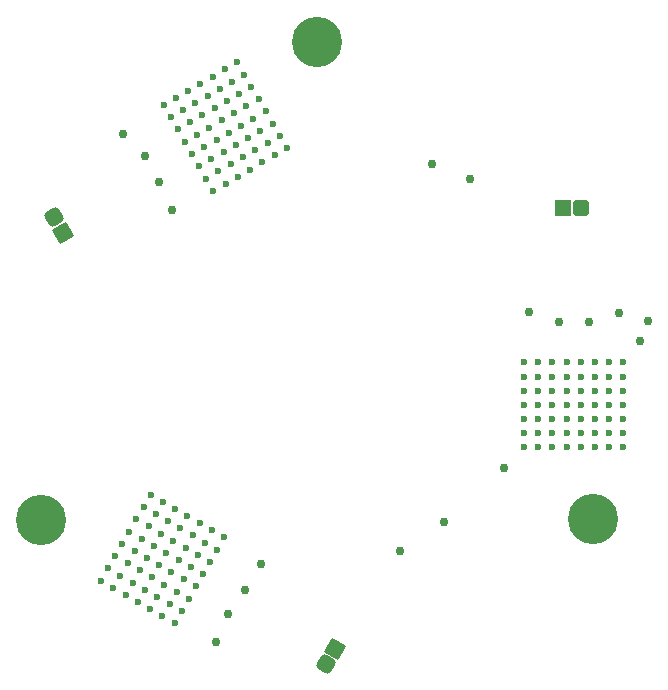
<source format=gbs>
G04*
G04 #@! TF.GenerationSoftware,Altium Limited,Altium Designer,22.4.2 (48)*
G04*
G04 Layer_Color=16711935*
%FSLAX25Y25*%
%MOIN*%
G70*
G04*
G04 #@! TF.SameCoordinates,33176103-96A9-485D-B847-577AE089F5E8*
G04*
G04*
G04 #@! TF.FilePolarity,Negative*
G04*
G01*
G75*
G04:AMPARAMS|DCode=38|XSize=55.12mil|YSize=55.12mil|CornerRadius=15.26mil|HoleSize=0mil|Usage=FLASHONLY|Rotation=240.000|XOffset=0mil|YOffset=0mil|HoleType=Round|Shape=RoundedRectangle|*
%AMROUNDEDRECTD38*
21,1,0.05512,0.02461,0,0,240.0*
21,1,0.02461,0.05512,0,0,240.0*
1,1,0.03051,-0.01681,-0.00450*
1,1,0.03051,-0.00450,0.01681*
1,1,0.03051,0.01681,0.00450*
1,1,0.03051,0.00450,-0.01681*
%
%ADD38ROUNDEDRECTD38*%
%ADD39P,0.07795X4X285.0*%
G04:AMPARAMS|DCode=40|XSize=55.12mil|YSize=55.12mil|CornerRadius=15.26mil|HoleSize=0mil|Usage=FLASHONLY|Rotation=120.000|XOffset=0mil|YOffset=0mil|HoleType=Round|Shape=RoundedRectangle|*
%AMROUNDEDRECTD40*
21,1,0.05512,0.02461,0,0,120.0*
21,1,0.02461,0.05512,0,0,120.0*
1,1,0.03051,0.00450,0.01681*
1,1,0.03051,0.01681,-0.00450*
1,1,0.03051,-0.00450,-0.01681*
1,1,0.03051,-0.01681,0.00450*
%
%ADD40ROUNDEDRECTD40*%
%ADD41P,0.07795X4X165.0*%
%ADD42R,0.05512X0.05512*%
G04:AMPARAMS|DCode=43|XSize=55.12mil|YSize=55.12mil|CornerRadius=15.26mil|HoleSize=0mil|Usage=FLASHONLY|Rotation=0.000|XOffset=0mil|YOffset=0mil|HoleType=Round|Shape=RoundedRectangle|*
%AMROUNDEDRECTD43*
21,1,0.05512,0.02461,0,0,0.0*
21,1,0.02461,0.05512,0,0,0.0*
1,1,0.03051,0.01230,-0.01230*
1,1,0.03051,-0.01230,-0.01230*
1,1,0.03051,-0.01230,0.01230*
1,1,0.03051,0.01230,0.01230*
%
%ADD43ROUNDEDRECTD43*%
%ADD44C,0.16732*%
%ADD45C,0.02953*%
%ADD46C,0.02362*%
D38*
X199766Y95703D02*
D03*
D39*
X202719Y100817D02*
D03*
D40*
X109183Y244544D02*
D03*
D41*
X112136Y239430D02*
D03*
D42*
X278875Y247654D02*
D03*
D43*
X284780Y247653D02*
D03*
D44*
X104791Y143701D02*
D03*
X196850Y303150D02*
D03*
X288909Y144094D02*
D03*
D45*
X224500Y133500D02*
D03*
X172696Y120484D02*
D03*
X259000Y161000D02*
D03*
X132000Y272500D02*
D03*
X148500Y247000D02*
D03*
X163000Y103000D02*
D03*
X178000Y129000D02*
D03*
X267500Y213000D02*
D03*
X277328Y209569D02*
D03*
X287328D02*
D03*
X297328Y212828D02*
D03*
X239000Y143000D02*
D03*
X139512Y265179D02*
D03*
X235000Y262500D02*
D03*
X167265Y112254D02*
D03*
X304500Y203500D02*
D03*
X307000Y210000D02*
D03*
X247800Y257300D02*
D03*
X144000Y256500D02*
D03*
D46*
X162203Y253413D02*
D03*
X159841Y257504D02*
D03*
X157478Y261595D02*
D03*
X155116Y265687D02*
D03*
X152754Y269778D02*
D03*
X150392Y273870D02*
D03*
X148030Y277961D02*
D03*
X145667Y282053D02*
D03*
X166294Y255775D02*
D03*
X163932Y259866D02*
D03*
X161570Y263958D02*
D03*
X159208Y268049D02*
D03*
X156846Y272141D02*
D03*
X154483Y276232D02*
D03*
X152121Y280324D02*
D03*
X149759Y284415D02*
D03*
X170386Y258137D02*
D03*
X168024Y262228D02*
D03*
X165661Y266320D02*
D03*
X163299Y270411D02*
D03*
X160937Y274503D02*
D03*
X158575Y278594D02*
D03*
X156213Y282686D02*
D03*
X153850Y286777D02*
D03*
X174477Y260499D02*
D03*
X172115Y264591D02*
D03*
X169753Y268682D02*
D03*
X167391Y272774D02*
D03*
X165028Y276865D02*
D03*
X162666Y280956D02*
D03*
X160304Y285048D02*
D03*
X157942Y289139D02*
D03*
X178569Y262861D02*
D03*
X176207Y266953D02*
D03*
X173844Y271044D02*
D03*
X171482Y275136D02*
D03*
X169120Y279227D02*
D03*
X166758Y283319D02*
D03*
X164396Y287410D02*
D03*
X162033Y291502D02*
D03*
X182660Y265224D02*
D03*
X180298Y269315D02*
D03*
X177936Y273407D02*
D03*
X175574Y277498D02*
D03*
X173211Y281589D02*
D03*
X170849Y285681D02*
D03*
X168487Y289772D02*
D03*
X166125Y293864D02*
D03*
X186752Y267586D02*
D03*
X184389Y271677D02*
D03*
X182027Y275769D02*
D03*
X179665Y279860D02*
D03*
X177303Y283952D02*
D03*
X174941Y288043D02*
D03*
X172578Y292135D02*
D03*
X170216Y296226D02*
D03*
X165893Y137913D02*
D03*
X163531Y133822D02*
D03*
X161169Y129730D02*
D03*
X158807Y125639D02*
D03*
X156445Y121548D02*
D03*
X154082Y117456D02*
D03*
X151720Y113365D02*
D03*
X149358Y109273D02*
D03*
X161802Y140276D02*
D03*
X159440Y136184D02*
D03*
X157078Y132093D02*
D03*
X154715Y128001D02*
D03*
X152353Y123910D02*
D03*
X149991Y119818D02*
D03*
X147629Y115727D02*
D03*
X145267Y111635D02*
D03*
X157710Y142638D02*
D03*
X155348Y138546D02*
D03*
X152986Y134455D02*
D03*
X150624Y130363D02*
D03*
X148262Y126272D02*
D03*
X145899Y122181D02*
D03*
X143537Y118089D02*
D03*
X141175Y113998D02*
D03*
X153619Y145000D02*
D03*
X151257Y140909D02*
D03*
X148895Y136817D02*
D03*
X146532Y132726D02*
D03*
X144170Y128634D02*
D03*
X141808Y124543D02*
D03*
X139446Y120451D02*
D03*
X137084Y116360D02*
D03*
X149528Y147362D02*
D03*
X147165Y143271D02*
D03*
X144803Y139179D02*
D03*
X142441Y135088D02*
D03*
X140079Y130996D02*
D03*
X137717Y126905D02*
D03*
X135354Y122813D02*
D03*
X132992Y118722D02*
D03*
X145436Y149724D02*
D03*
X143074Y145633D02*
D03*
X140712Y141542D02*
D03*
X138350Y137450D02*
D03*
X135987Y133359D02*
D03*
X133625Y129267D02*
D03*
X131263Y125176D02*
D03*
X128901Y121084D02*
D03*
X141345Y152087D02*
D03*
X138982Y147995D02*
D03*
X136620Y143904D02*
D03*
X134258Y139812D02*
D03*
X131896Y135721D02*
D03*
X129534Y131629D02*
D03*
X127171Y127538D02*
D03*
X124809Y123446D02*
D03*
X298863Y167866D02*
D03*
X294139D02*
D03*
X289414D02*
D03*
X284690D02*
D03*
X279965D02*
D03*
X275241D02*
D03*
X270517D02*
D03*
X265792D02*
D03*
X298863Y172591D02*
D03*
X294139D02*
D03*
X289414D02*
D03*
X284690D02*
D03*
X279965D02*
D03*
X275241D02*
D03*
X270517D02*
D03*
X265792D02*
D03*
X298863Y177315D02*
D03*
X294139D02*
D03*
X289414D02*
D03*
X284690D02*
D03*
X279965D02*
D03*
X275241D02*
D03*
X270517D02*
D03*
X265792D02*
D03*
X298863Y182039D02*
D03*
X294139D02*
D03*
X289414D02*
D03*
X284690D02*
D03*
X279965D02*
D03*
X275241D02*
D03*
X270517D02*
D03*
X265792D02*
D03*
X298863Y186764D02*
D03*
X294139D02*
D03*
X289414D02*
D03*
X284690D02*
D03*
X279965D02*
D03*
X275241D02*
D03*
X270517D02*
D03*
X265792D02*
D03*
X298863Y191488D02*
D03*
X294139D02*
D03*
X289414D02*
D03*
X284690D02*
D03*
X279965D02*
D03*
X275241D02*
D03*
X270517D02*
D03*
X265792D02*
D03*
X298863Y196213D02*
D03*
X294139D02*
D03*
X289414D02*
D03*
X284690D02*
D03*
X279965D02*
D03*
X275241D02*
D03*
X270517D02*
D03*
X265792D02*
D03*
M02*

</source>
